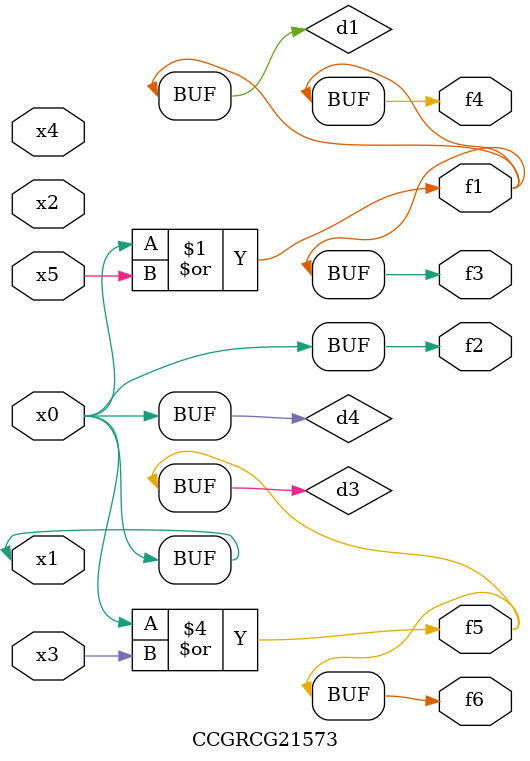
<source format=v>
module CCGRCG21573(
	input x0, x1, x2, x3, x4, x5,
	output f1, f2, f3, f4, f5, f6
);

	wire d1, d2, d3, d4;

	or (d1, x0, x5);
	xnor (d2, x1, x4);
	or (d3, x0, x3);
	buf (d4, x0, x1);
	assign f1 = d1;
	assign f2 = d4;
	assign f3 = d1;
	assign f4 = d1;
	assign f5 = d3;
	assign f6 = d3;
endmodule

</source>
